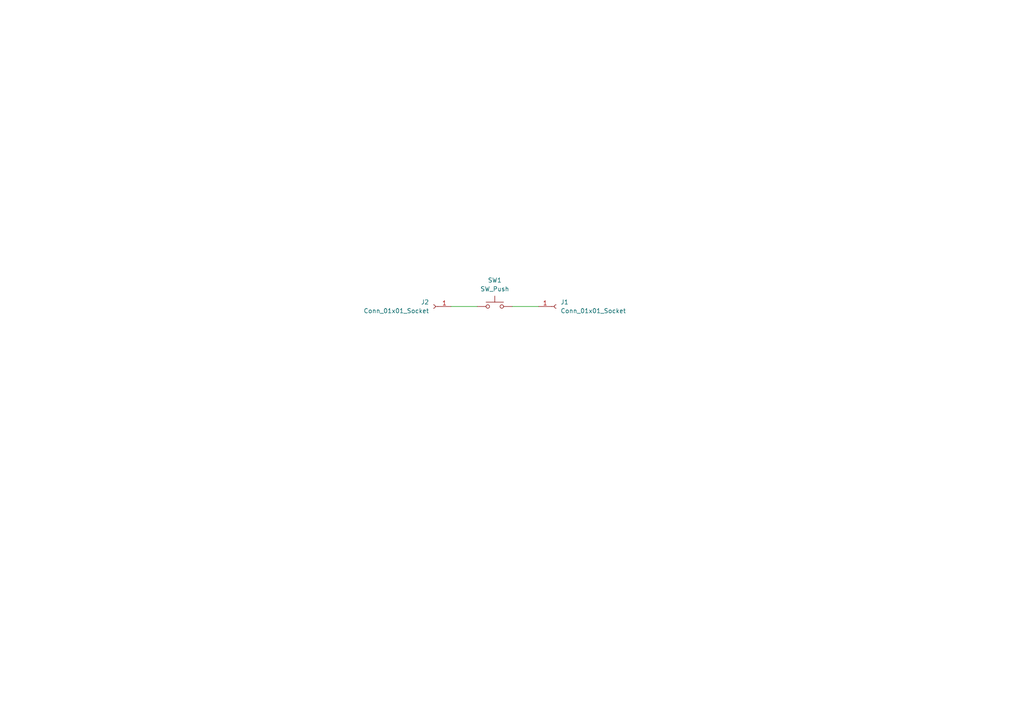
<source format=kicad_sch>
(kicad_sch (version 20250114) (generator "eeschema") (generator_version "9.0")
  (paper "A4")
  (lib_symbols
    (symbol "Connector:Conn_01x01_Socket" (pin_names (offset 1.016) (hide yes))
      (property "Reference" "J" (at 0 2.54 0))
      (property "Value" "Conn_01x01_Socket" (at 0 -2.54 0))
      (symbol "Conn_01x01_Socket_1_1"
        (polyline (pts (xy -1.27 0) (xy -0.508 0)) (stroke (width 0.1524)))
        (arc (start 0 -0.508) (mid -0.5058 0) (end 0 0.508) (stroke (width 0.1524)))
        (pin passive line (at -5.08 0 0) (length 3.81) (name "Pin_1") (number "1"))
      )
    )
    (symbol "Switch:SW_Push" (pin_numbers (hide yes)) (pin_names (offset 1.016) (hide yes))
      (property "Reference" "SW" (at 1.27 2.54 0))
      (property "Value" "SW_Push" (at 0 -1.524 0))
      (symbol "SW_Push_0_1"
        (circle (center -2.032 0) (radius 0.508))
        (polyline (pts (xy 0 1.27) (xy 0 3.048)))
        (circle (center 2.032 0) (radius 0.508))
        (polyline (pts (xy 2.54 1.27) (xy -2.54 1.27)))
        (pin passive line (at -5.08 0 0) (length 2.54) (name "1") (number "1"))
        (pin passive line (at 5.08 0 180) (length 2.54) (name "2") (number "2"))
      )
    )
  )
  (wire (pts (xy 130.81 88.9) (xy 138.43 88.9)))
  (wire (pts (xy 148.59 88.9) (xy 156.21 88.9)))
  (symbol (lib_id "Switch:SW_Push") (at 143.51 88.9 0) (unit 1)
    (property "Reference" "SW1" (at 143.51 81.28 0))
    (property "Value" "SW_Push" (at 143.51 83.82 0))
    (property "Footprint" "Button_Switch_THT:SW_PUSH_6mm_H9.5mm" (effects (hide yes)))
    (property "Description" "Push button switch, generic, two pins" (effects (hide yes)))
  )
  (symbol (lib_id "Connector:Conn_01x01_Socket") (at 161.29 88.9 0) (unit 1)
    (property "Reference" "J1" (at 162.56 87.6299 0) (effects (justify left)))
    (property "Value" "Conn_01x01_Socket" (at 162.56 90.1699 0) (effects (justify left)))
    (property "Footprint" "TestPoint:TestPoint_THTPad_1.5x1.5mm_Drill0.7mm" (effects (hide yes)))
    (property "Description" "Generic connector, single row, 01x01, script generated" (effects (hide yes)))
  )
  (symbol (lib_id "Connector:Conn_01x01_Socket") (at 125.73 88.9 0) (mirror y) (unit 1)
    (property "Reference" "J2" (at 124.46 87.6299 0) (effects (justify left)))
    (property "Value" "Conn_01x01_Socket" (at 124.46 90.1699 0) (effects (justify left)))
    (property "Footprint" "TestPoint:TestPoint_THTPad_1.5x1.5mm_Drill0.7mm" (effects (hide yes)))
    (property "Description" "Generic connector, single row, 01x01, script generated" (effects (hide yes)))
  )
)
</source>
